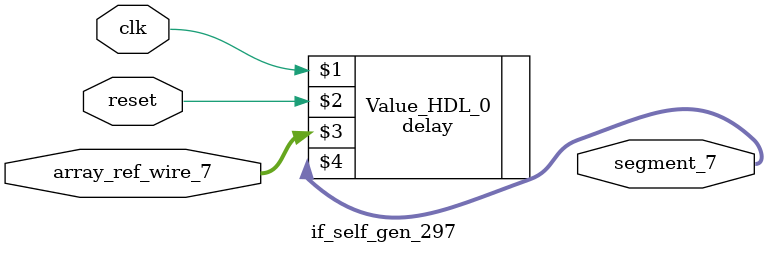
<source format=v>
module if_self_gen_297( input clk, input reset, input [31:0]array_ref_wire_7, output [31:0]segment_7); 
	wire [31:0]segment_7;
	//Proceed with segment_7 = array_ref_wire_7
	delay Value_HDL_0 ( clk, reset, array_ref_wire_7, segment_7);
endmodule
</source>
